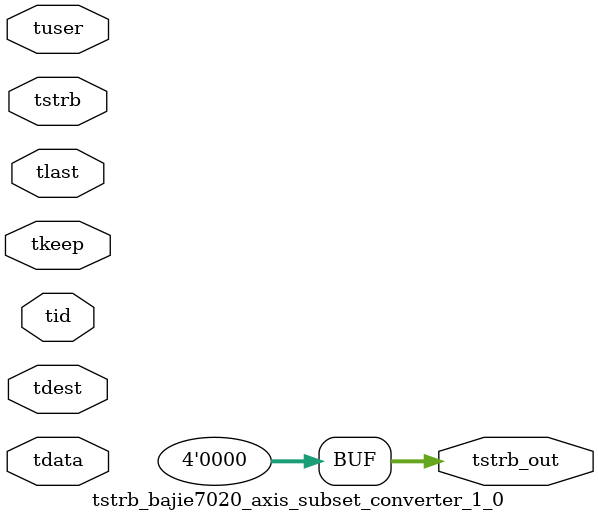
<source format=v>


`timescale 1ps/1ps

module tstrb_bajie7020_axis_subset_converter_1_0 #
(
parameter C_S_AXIS_TDATA_WIDTH = 32,
parameter C_S_AXIS_TUSER_WIDTH = 0,
parameter C_S_AXIS_TID_WIDTH   = 0,
parameter C_S_AXIS_TDEST_WIDTH = 0,
parameter C_M_AXIS_TDATA_WIDTH = 32
)
(
input  [(C_S_AXIS_TDATA_WIDTH == 0 ? 1 : C_S_AXIS_TDATA_WIDTH)-1:0     ] tdata,
input  [(C_S_AXIS_TUSER_WIDTH == 0 ? 1 : C_S_AXIS_TUSER_WIDTH)-1:0     ] tuser,
input  [(C_S_AXIS_TID_WIDTH   == 0 ? 1 : C_S_AXIS_TID_WIDTH)-1:0       ] tid,
input  [(C_S_AXIS_TDEST_WIDTH == 0 ? 1 : C_S_AXIS_TDEST_WIDTH)-1:0     ] tdest,
input  [(C_S_AXIS_TDATA_WIDTH/8)-1:0 ] tkeep,
input  [(C_S_AXIS_TDATA_WIDTH/8)-1:0 ] tstrb,
input                                                                    tlast,
output [(C_M_AXIS_TDATA_WIDTH/8)-1:0 ] tstrb_out
);

assign tstrb_out = {1'b0};

endmodule


</source>
